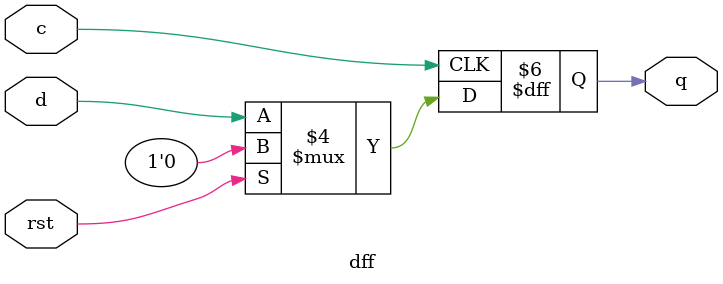
<source format=v>
module dff(d, c, q, rst);
  input  d, c, rst;
  output q;
  reg    q;

  always @(posedge c) begin
    if (rst == 1'b1) q = 0;
    else q = d;
  end
endmodule

</source>
